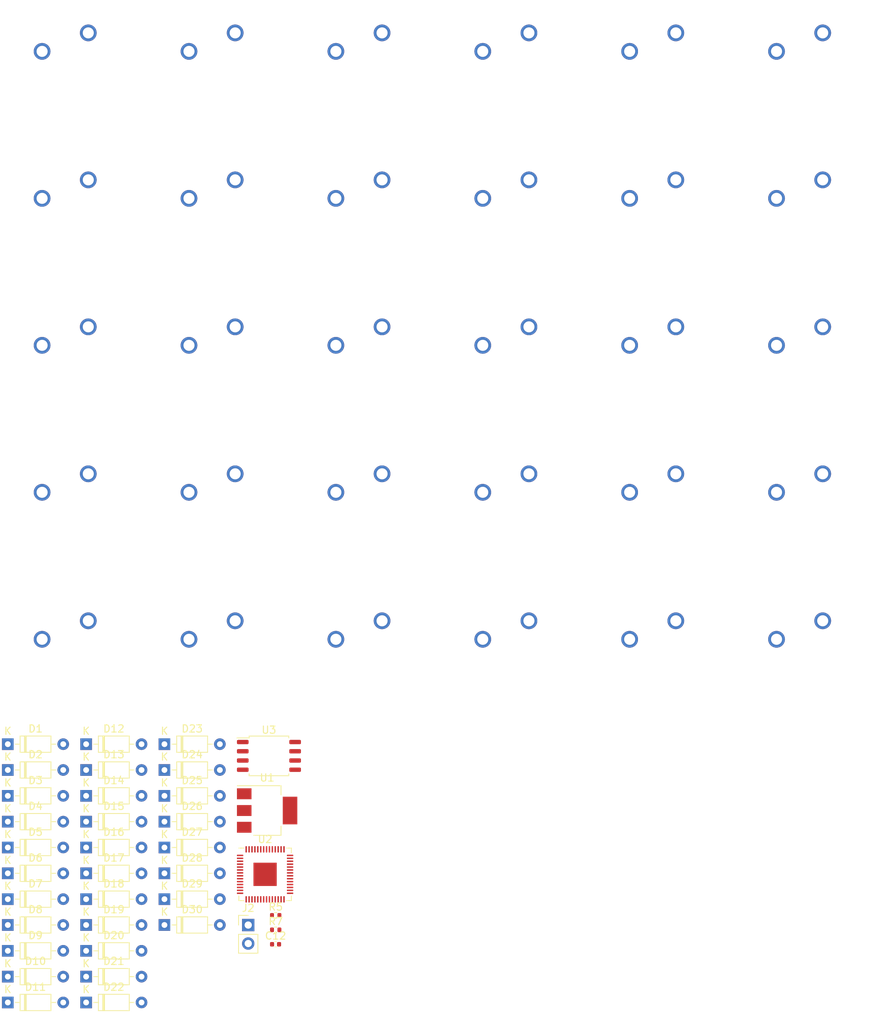
<source format=kicad_pcb>
(kicad_pcb (version 20221018) (generator pcbnew)
  (layers (0 "F.Cu" signal) (31 "B.Cu" signal) (34 "B.Paste" user) (35 "F.Paste" user) (36 "B.SilkS" user "B.Silkscreen") (37 "F.SilkS" user "F.Silkscreen") (38 "B.Mask" user) (39 "F.Mask" user) (44 "Edge.Cuts" user))
  (net 0 "")
  (net 1 "+3V3")
  (net 2 "GND")
  (net 3 "/ROW0")
  (net 4 "Net-(D1-A)")
  (net 5 "Net-(D2-A)")
  (net 6 "Net-(D3-A)")
  (net 7 "Net-(D4-A)")
  (net 8 "Net-(D5-A)")
  (net 9 "Net-(D6-A)")
  (net 10 "Net-(D7-A)")
  (net 11 "Net-(D8-A)")
  (net 12 "Net-(D9-A)")
  (net 13 "Net-(D10-A)")
  (net 14 "/ROW1")
  (net 15 "Net-(D11-A)")
  (net 16 "Net-(D12-A)")
  (net 17 "Net-(D13-A)")
  (net 18 "Net-(D14-A)")
  (net 19 "Net-(D15-A)")
  (net 20 "Net-(D16-A)")
  (net 21 "Net-(D17-A)")
  (net 22 "Net-(D18-A)")
  (net 23 "Net-(D19-A)")
  (net 24 "Net-(D20-A)")
  (net 25 "/ROW2")
  (net 26 "Net-(D21-A)")
  (net 27 "Net-(D22-A)")
  (net 28 "Net-(D23-A)")
  (net 29 "Net-(D24-A)")
  (net 30 "Net-(D25-A)")
  (net 31 "Net-(D26-A)")
  (net 32 "Net-(D27-A)")
  (net 33 "Net-(D28-A)")
  (net 34 "Net-(D29-A)")
  (net 35 "Net-(D30-A)")
  (net 36 "/~{USB_BOOT}")
  (net 37 "/QSPI_SS")
  (net 38 "/COL0")
  (net 39 "/COL1")
  (net 40 "/COL2")
  (net 41 "/COL3")
  (net 42 "/COL4")
  (net 43 "/COL5")
  (net 44 "/COL6")
  (net 45 "/COL7")
  (net 46 "/COL8")
  (net 47 "/COL9")
  (net 48 "VBUS")
  (net 49 "Net-(U2-ADC_AVDD)")
  (net 66 "/XIN")
  (net 67 "/XOUT")
  (net 68 "+1V1")
  (net 85 "Net-(U2-USB_DM)")
  (net 86 "Net-(U2-USB_DP)")
  (net 87 "/QSPI_SD3")
  (net 88 "/QSPI_SCLK")
  (net 89 "/QSPI_SD0")
  (net 90 "/QSPI_SD2")
  (net 91 "/QSPI_SD1")
  (footprint "MX_Solderable:MX-Solderable-1U" (layer "F.Cu") (at 194.416 49.001)
    (fp_text reference "SW12")
    (fp_text value "SW_Push")
    (pad "" np_thru_hole circle (at -5.08 0 48.099) (size 1.7018 1.7018) (drill 1.7018) (layers "F&B.Cu" "*.Mask"))
    (pad "" np_thru_hole circle (at 0 0) (size 3.9878 3.9878) (drill 3.9878) (layers "*.Cu" "*.Mask"))
    (pad "" np_thru_hole circle (at 5.08 0 48.099) (size 1.7018 1.7018) (drill 1.7018) (layers "F&B.Cu" "*.Mask"))
    (pad "1" thru_hole circle (at -3.81 -2.54) (size 2.3 2.3) (drill 1.524) (layers "*.Cu" "B.Mask") (net 16 "Net-(D12-A)"))
    (pad "2" thru_hole circle (at 2.54 -5.08) (size 2.3 2.3) (drill 1.524) (layers "*.Cu" "B.Mask") (net 39 "/COL1"))
  )
  (footprint "Diode_THT:D_DO-35_SOD27_P7.62mm_Horizontal" (layer "F.Cu") (at 145.491 146.326)
    (fp_text reference "D8" (at 3.81 -2.12) (layer "F.SilkS"))
    (fp_text value "1N4148")
    (fp_text user "K" (at 0 -1.8) (layer "F.SilkS"))
    (pad "1" thru_hole rect (at 0 0) (size 1.6 1.6) (drill 0.8) (layers "*.Cu" "*.Mask") (net 3 "/ROW0"))
    (pad "2" thru_hole oval (at 7.62 0) (size 1.6 1.6) (drill 0.8) (layers "*.Cu" "*.Mask") (net 11 "Net-(D8-A)"))
  )
  (footprint "Diode_THT:D_DO-35_SOD27_P7.62mm_Horizontal" (layer "F.Cu") (at 145.491 142.776)
    (fp_text reference "D7" (at 3.81 -2.12) (layer "F.SilkS"))
    (fp_text value "1N4148")
    (fp_text user "K" (at 0 -1.8) (layer "F.SilkS"))
    (pad "1" thru_hole rect (at 0 0) (size 1.6 1.6) (drill 0.8) (layers "*.Cu" "*.Mask") (net 3 "/ROW0"))
    (pad "2" thru_hole oval (at 7.62 0) (size 1.6 1.6) (drill 0.8) (layers "*.Cu" "*.Mask") (net 10 "Net-(D7-A)"))
  )
  (footprint "Diode_THT:D_DO-35_SOD27_P7.62mm_Horizontal" (layer "F.Cu") (at 145.491 125.026)
    (fp_text reference "D2" (at 3.81 -2.12) (layer "F.SilkS"))
    (fp_text value "1N4148")
    (fp_text user "K" (at 0 -1.8) (layer "F.SilkS"))
    (pad "1" thru_hole rect (at 0 0) (size 1.6 1.6) (drill 0.8) (layers "*.Cu" "*.Mask") (net 3 "/ROW0"))
    (pad "2" thru_hole oval (at 7.62 0) (size 1.6 1.6) (drill 0.8) (layers "*.Cu" "*.Mask") (net 5 "Net-(D2-A)"))
  )
  (footprint "Diode_THT:D_DO-35_SOD27_P7.62mm_Horizontal" (layer "F.Cu") (at 145.491 156.976)
    (fp_text reference "D11" (at 3.81 -2.12) (layer "F.SilkS"))
    (fp_text value "1N4148")
    (fp_text user "K" (at 0 -1.8) (layer "F.SilkS"))
    (pad "1" thru_hole rect (at 0 0) (size 1.6 1.6) (drill 0.8) (layers "*.Cu" "*.Mask") (net 14 "/ROW1"))
    (pad "2" thru_hole oval (at 7.62 0) (size 1.6 1.6) (drill 0.8) (layers "*.Cu" "*.Mask") (net 15 "Net-(D11-A)"))
  )
  (footprint "Diode_THT:D_DO-35_SOD27_P7.62mm_Horizontal" (layer "F.Cu") (at 145.491 132.126)
    (fp_text reference "D4" (at 3.81 -2.12) (layer "F.SilkS"))
    (fp_text value "1N4148")
    (fp_text user "K" (at 0 -1.8) (layer "F.SilkS"))
    (pad "1" thru_hole rect (at 0 0) (size 1.6 1.6) (drill 0.8) (layers "*.Cu" "*.Mask") (net 3 "/ROW0"))
    (pad "2" thru_hole oval (at 7.62 0) (size 1.6 1.6) (drill 0.8) (layers "*.Cu" "*.Mask") (net 7 "Net-(D4-A)"))
  )
  (footprint "Diode_THT:D_DO-35_SOD27_P7.62mm_Horizontal" (layer "F.Cu") (at 145.491 135.676)
    (fp_text reference "D5" (at 3.81 -2.12) (layer "F.SilkS"))
    (fp_text value "1N4148")
    (fp_text user "K" (at 0 -1.8) (layer "F.SilkS"))
    (pad "1" thru_hole rect (at 0 0) (size 1.6 1.6) (drill 0.8) (layers "*.Cu" "*.Mask") (net 3 "/ROW0"))
    (pad "2" thru_hole oval (at 7.62 0) (size 1.6 1.6) (drill 0.8) (layers "*.Cu" "*.Mask") (net 8 "Net-(D5-A)"))
  )
  (footprint "Diode_THT:D_DO-35_SOD27_P7.62mm_Horizontal" (layer "F.Cu") (at 156.261 121.476)
    (fp_text reference "D12" (at 3.81 -2.12) (layer "F.SilkS"))
    (fp_text value "1N4148")
    (fp_text user "K" (at 0 -1.8) (layer "F.SilkS"))
    (pad "1" thru_hole rect (at 0 0) (size 1.6 1.6) (drill 0.8) (layers "*.Cu" "*.Mask") (net 14 "/ROW1"))
    (pad "2" thru_hole oval (at 7.62 0) (size 1.6 1.6) (drill 0.8) (layers "*.Cu" "*.Mask") (net 16 "Net-(D12-A)"))
  )
  (footprint "Diode_THT:D_DO-35_SOD27_P7.62mm_Horizontal" (layer "F.Cu") (at 156.261 139.226)
    (fp_text reference "D17" (at 3.81 -2.12) (layer "F.SilkS"))
    (fp_text value "1N4148")
    (fp_text user "K" (at 0 -1.8) (layer "F.SilkS"))
    (pad "1" thru_hole rect (at 0 0) (size 1.6 1.6) (drill 0.8) (layers "*.Cu" "*.Mask") (net 14 "/ROW1"))
    (pad "2" thru_hole oval (at 7.62 0) (size 1.6 1.6) (drill 0.8) (layers "*.Cu" "*.Mask") (net 21 "Net-(D17-A)"))
  )
  (footprint "MX_Solderable:MX-Solderable-1U" (layer "F.Cu") (at 234.816 49.001)
    (fp_text reference "SW22")
    (fp_text value "SW_Push")
    (pad "" np_thru_hole circle (at -5.08 0 48.099) (size 1.7018 1.7018) (drill 1.7018) (layers "F&B.Cu" "*.Mask"))
    (pad "" np_thru_hole circle (at 0 0) (size 3.9878 3.9878) (drill 3.9878) (layers "*.Cu" "*.Mask"))
    (pad "" np_thru_hole circle (at 5.08 0 48.099) (size 1.7018 1.7018) (drill 1.7018) (layers "F&B.Cu" "*.Mask"))
    (pad "1" thru_hole circle (at -3.81 -2.54) (size 2.3 2.3) (drill 1.524) (layers "*.Cu" "B.Mask") (net 27 "Net-(D22-A)"))
    (pad "2" thru_hole circle (at 2.54 -5.08) (size 2.3 2.3) (drill 1.524) (layers "*.Cu" "B.Mask") (net 39 "/COL1"))
  )
  (footprint "Diode_THT:D_DO-35_SOD27_P7.62mm_Horizontal" (layer "F.Cu") (at 167.031 128.576)
    (fp_text reference "D25" (at 3.81 -2.12) (layer "F.SilkS"))
    (fp_text value "1N4148")
    (fp_text user "K" (at 0 -1.8) (layer "F.SilkS"))
    (pad "1" thru_hole rect (at 0 0) (size 1.6 1.6) (drill 0.8) (layers "*.Cu" "*.Mask") (net 25 "/ROW2"))
    (pad "2" thru_hole oval (at 7.62 0) (size 1.6 1.6) (drill 0.8) (layers "*.Cu" "*.Mask") (net 30 "Net-(D25-A)"))
  )
  (footprint "Diode_THT:D_DO-35_SOD27_P7.62mm_Horizontal" (layer "F.Cu") (at 156.261 156.976)
    (fp_text reference "D22" (at 3.81 -2.12) (layer "F.SilkS"))
    (fp_text value "1N4148")
    (fp_text user "K" (at 0 -1.8) (layer "F.SilkS"))
    (pad "1" thru_hole rect (at 0 0) (size 1.6 1.6) (drill 0.8) (layers "*.Cu" "*.Mask") (net 25 "/ROW2"))
    (pad "2" thru_hole oval (at 7.62 0) (size 1.6 1.6) (drill 0.8) (layers "*.Cu" "*.Mask") (net 27 "Net-(D22-A)"))
  )
  (footprint "Package_SO:SOIC-8_5.23x5.23mm_P1.27mm" (layer "F.Cu") (at 181.401 123.086)
    (fp_text reference "U3" (at 0 -3.56) (layer "F.SilkS"))
    (fp_text value "W25Q128JVS")
    (pad "1" smd roundrect (at -3.6 -1.905) (size 1.6 0.6) (layers "F.Cu" "F.Paste" "F.Mask") (net 37 "/QSPI_SS"))
    (pad "2" smd roundrect (at -3.6 -0.635) (size 1.6 0.6) (layers "F.Cu" "F.Paste" "F.Mask") (net 91 "/QSPI_SD1"))
    (pad "3" smd roundrect (at -3.6 0.635) (size 1.6 0.6) (layers "F.Cu" "F.Paste" "F.Mask") (net 90 "/QSPI_SD2"))
    (pad "4" smd roundrect (at -3.6 1.905) (size 1.6 0.6) (layers "F.Cu" "F.Paste" "F.Mask") (net 2 "GND"))
    (pad "5" smd roundrect (at 3.6 1.905) (size 1.6 0.6) (layers "F.Cu" "F.Paste" "F.Mask") (net 89 "/QSPI_SD0"))
    (pad "6" smd roundrect (at 3.6 0.635) (size 1.6 0.6) (layers "F.Cu" "F.Paste" "F.Mask") (net 88 "/QSPI_SCLK"))
    (pad "7" smd roundrect (at 3.6 -0.635) (size 1.6 0.6) (layers "F.Cu" "F.Paste" "F.Mask") (net 87 "/QSPI_SD3"))
    (pad "8" smd roundrect (at 3.6 -1.905) (size 1.6 0.6) (layers "F.Cu" "F.Paste" "F.Mask") (net 1 "+3V3"))
  )
  (footprint "Diode_THT:D_DO-35_SOD27_P7.62mm_Horizontal" (layer "F.Cu") (at 167.031 146.326)
    (fp_text reference "D30" (at 3.81 -2.12) (layer "F.SilkS"))
    (fp_text value "1N4148")
    (fp_text user "K" (at 0 -1.8) (layer "F.SilkS"))
    (pad "1" thru_hole rect (at 0 0) (size 1.6 1.6) (drill 0.8) (layers "*.Cu" "*.Mask") (net 25 "/ROW2"))
    (pad "2" thru_hole oval (at 7.62 0) (size 1.6 1.6) (drill 0.8) (layers "*.Cu" "*.Mask") (net 35 "Net-(D30-A)"))
  )
  (footprint "MX_Solderable:MX-Solderable-1U" (layer "F.Cu") (at 194.416 89.401)
    (fp_text reference "SW14")
    (fp_text value "SW_Push")
    (pad "" np_thru_hole circle (at -5.08 0 48.099) (size 1.7018 1.7018) (drill 1.7018) (layers "F&B.Cu" "*.Mask"))
    (pad "" np_thru_hole circle (at 0 0) (size 3.9878 3.9878) (drill 3.9878) (layers "*.Cu" "*.Mask"))
    (pad "" np_thru_hole circle (at 5.08 0 48.099) (size 1.7018 1.7018) (drill 1.7018) (layers "F&B.Cu" "*.Mask"))
    (pad "1" thru_hole circle (at -3.81 -2.54) (size 2.3 2.3) (drill 1.524) (layers "*.Cu" "B.Mask") (net 18 "Net-(D14-A)"))
    (pad "2" thru_hole circle (at 2.54 -5.08) (size 2.3 2.3) (drill 1.524) (layers "*.Cu" "B.Mask") (net 41 "/COL3"))
  )
  (footprint "Diode_THT:D_DO-35_SOD27_P7.62mm_Horizontal" (layer "F.Cu") (at 156.261 153.426)
    (fp_text reference "D21" (at 3.81 -2.12) (layer "F.SilkS"))
    (fp_text value "1N4148")
    (fp_text user "K" (at 0 -1.8) (layer "F.SilkS"))
    (pad "1" thru_hole rect (at 0 0) (size 1.6 1.6) (drill 0.8) (layers "*.Cu" "*.Mask") (net 25 "/ROW2"))
    (pad "2" thru_hole oval (at 7.62 0) (size 1.6 1.6) (drill 0.8) (layers "*.Cu" "*.Mask") (net 26 "Net-(D21-A)"))
  )
  (footprint "Diode_THT:D_DO-35_SOD27_P7.62mm_Horizontal" (layer "F.Cu") (at 156.261 142.776)
    (fp_text reference "D18" (at 3.81 -2.12) (layer "F.SilkS"))
    (fp_text value "1N4148")
    (fp_text user "K" (at 0 -1.8) (layer "F.SilkS"))
    (pad "1" thru_hole rect (at 0 0) (size 1.6 1.6) (drill 0.8) (layers "*.Cu" "*.Mask") (net 14 "/ROW1"))
    (pad "2" thru_hole oval (at 7.62 0) (size 1.6 1.6) (drill 0.8) (layers "*.Cu" "*.Mask") (net 22 "Net-(D18-A)"))
  )
  (footprint "Diode_THT:D_DO-35_SOD27_P7.62mm_Horizontal" (layer "F.Cu") (at 167.031 121.476)
    (fp_text reference "D23" (at 3.81 -2.12) (layer "F.SilkS"))
    (fp_text value "1N4148")
    (fp_text user "K" (at 0 -1.8) (layer "F.SilkS"))
    (pad "1" thru_hole rect (at 0 0) (size 1.6 1.6) (drill 0.8) (layers "*.Cu" "*.Mask") (net 25 "/ROW2"))
    (pad "2" thru_hole oval (at 7.62 0) (size 1.6 1.6) (drill 0.8) (layers "*.Cu" "*.Mask") (net 28 "Net-(D23-A)"))
  )
  (footprint "MX_Solderable:MX-Solderable-1U" (layer "F.Cu") (at 214.616 49.001)
    (fp_text reference "SW17")
    (fp_text value "SW_Push")
    (pad "" np_thru_hole circle (at -5.08 0 48.099) (size 1.7018 1.7018) (drill 1.7018) (layers "F&B.Cu" "*.Mask"))
    (pad "" np_thru_hole circle (at 0 0) (size 3.9878 3.9878) (drill 3.9878) (layers "*.Cu" "*.Mask"))
    (pad "" np_thru_hole circle (at 5.08 0 48.099) (size 1.7018 1.7018) (drill 1.7018) (layers "F&B.Cu" "*.Mask"))
    (pad "1" thru_hole circle (at -3.81 -2.54) (size 2.3 2.3) (drill 1.524) (layers "*.Cu" "B.Mask") (net 21 "Net-(D17-A)"))
    (pad "2" thru_hole circle (at 2.54 -5.08) (size 2.3 2.3) (drill 1.524) (layers "*.Cu" "B.Mask") (net 44 "/COL6"))
  )
  (footprint "Diode_THT:D_DO-35_SOD27_P7.62mm_Horizontal" (layer "F.Cu") (at 145.491 153.426)
    (fp_text reference "D10" (at 3.81 -2.12) (layer "F.SilkS"))
    (fp_text value "1N4148")
    (fp_text user "K" (at 0 -1.8) (layer "F.SilkS"))
    (pad "1" thru_hole rect (at 0 0) (size 1.6 1.6) (drill 0.8) (layers "*.Cu" "*.Mask") (net 3 "/ROW0"))
    (pad "2" thru_hole oval (at 7.62 0) (size 1.6 1.6) (drill 0.8) (layers "*.Cu" "*.Mask") (net 13 "Net-(D10-A)"))
  )
  (footprint "MX_Solderable:MX-Solderable-1U" (layer "F.Cu") (at 154.016 109.601)
    (fp_text reference "SW5")
    (fp_text value "SW_Push")
    (pad "" np_thru_hole circle (at -5.08 0 48.099) (size 1.7018 1.7018) (drill 1.7018) (layers "F&B.Cu" "*.Mask"))
    (pad "" np_thru_hole circle (at 0 0) (size 3.9878 3.9878) (drill 3.9878) (layers "*.Cu" "*.Mask"))
    (pad "" np_thru_hole circle (at 5.08 0 48.099) (size 1.7018 1.7018) (drill 1.7018) (layers "F&B.Cu" "*.Mask"))
    (pad "1" thru_hole circle (at -3.81 -2.54) (size 2.3 2.3) (drill 1.524) (layers "*.Cu" "B.Mask") (net 8 "Net-(D5-A)"))
    (pad "2" thru_hole circle (at 2.54 -5.08) (size 2.3 2.3) (drill 1.524) (layers "*.Cu" "B.Mask") (net 42 "/COL4"))
  )
  (footprint "Diode_THT:D_DO-35_SOD27_P7.62mm_Horizontal" (layer "F.Cu") (at 156.261 125.026)
    (fp_text reference "D13" (at 3.81 -2.12) (layer "F.SilkS"))
    (fp_text value "1N4148")
    (fp_text user "K" (at 0 -1.8) (layer "F.SilkS"))
    (pad "1" thru_hole rect (at 0 0) (size 1.6 1.6) (drill 0.8) (layers "*.Cu" "*.Mask") (net 14 "/ROW1"))
    (pad "2" thru_hole oval (at 7.62 0) (size 1.6 1.6) (drill 0.8) (layers "*.Cu" "*.Mask") (net 17 "Net-(D13-A)"))
  )
  (footprint "MX_Solderable:MX-Solderable-1U" (layer "F.Cu") (at 255.016 109.601)
    (fp_text reference "SW30")
    (fp_text value "SW_Push")
    (pad "" np_thru_hole circle (at -5.08 0 48.099) (size 1.7018 1.7018) (drill 1.7018) (layers "F&B.Cu" "*.Mask"))
    (pad "" np_thru_hole circle (at 0 0) (size 3.9878 3.9878) (drill 3.9878) (layers "*.Cu" "*.Mask"))
    (pad "" np_thru_hole circle (at 5.08 0 48.099) (size 1.7018 1.7018) (drill 1.7018) (layers "F&B.Cu" "*.Mask"))
    (pad "1" thru_hole circle (at -3.81 -2.54) (size 2.3 2.3) (drill 1.524) (layers "*.Cu" "B.Mask") (net 35 "Net-(D30-A)"))
    (pad "2" thru_hole circle (at 2.54 -5.08) (size 2.3 2.3) (drill 1.524) (layers "*.Cu" "B.Mask") (net 47 "/COL9"))
  )
  (footprint "MX_Solderable:MX-Solderable-1U" (layer "F.Cu") (at 234.816 89.401)
    (fp_text reference "SW24")
    (fp_text value "SW_Push")
    (pad "" np_thru_hole circle (at -5.08 0 48.099) (size 1.7018 1.7018) (drill 1.7018) (layers "F&B.Cu" "*.Mask"))
    (pad "" np_thru_hole circle (at 0 0) (size 3.9878 3.9878) (drill 3.9878) (layers "*.Cu" "*.Mask"))
    (pad "" np_thru_hole circle (at 5.08 0 48.099) (size 1.7018 1.7018) (drill 1.7018) (layers "F&B.Cu" "*.Mask"))
    (pad "1" thru_hole circle (at -3.81 -2.54) (size 2.3 2.3) (drill 1.524) (layers "*.Cu" "B.Mask") (net 29 "Net-(D24-A)"))
    (pad "2" thru_hole circle (at 2.54 -5.08) (size 2.3 2.3) (drill 1.524) (layers "*.Cu" "B.Mask") (net 41 "/COL3"))
  )
  (footprint "MX_Solderable:MX-Solderable-1U" (layer "F.Cu") (at 154.016 28.801)
    (fp_text reference "SW1")
    (fp_text value "SW_Push")
    (pad "" np_thru_hole circle (at -5.08 0 48.099) (size 1.7018 1.7018) (drill 1.7018) (layers "F&B.Cu" "*.Mask"))
    (pad "" np_thru_hole circle (at 0 0) (size 3.9878 3.9878) (drill 3.9878) (layers "*.Cu" "*.Mask"))
    (pad "" np_thru_hole circle (at 5.08 0 48.099) (size 1.7018 1.7018) (drill 1.7018) (layers "F&B.Cu" "*.Mask"))
    (pad "1" thru_hole circle (at -3.81 -2.54) (size 2.3 2.3) (drill 1.524) (layers "*.Cu" "B.Mask") (net 4 "Net-(D1-A)"))
    (pad "2" thru_hole circle (at 2.54 -5.08) (size 2.3 2.3) (drill 1.524) (layers "*.Cu" "B.Mask") (net 38 "/COL0"))
  )
  (footprint "MX_Solderable:MX-Solderable-1U" (layer "F.Cu") (at 234.816 109.601)
    (fp_text reference "SW25")
    (fp_text value "SW_Push")
    (pad "" np_thru_hole circle (at -5.08 0 48.099) (size 1.7018 1.7018) (drill 1.7018) (layers "F&B.Cu" "*.Mask"))
    (pad "" np_thru_hole circle (at 0 0) (size 3.9878 3.9878) (drill 3.9878) (layers "*.Cu" "*.Mask"))
    (pad "" np_thru_hole circle (at 5.08 0 48.099) (size 1.7018 1.7018) (drill 1.7018) (layers "F&B.Cu" "*.Mask"))
    (pad "1" thru_hole circle (at -3.81 -2.54) (size 2.3 2.3) (drill 1.524) (layers "*.Cu" "B.Mask") (net 30 "Net-(D25-A)"))
    (pad "2" thru_hole circle (at 2.54 -5.08) (size 2.3 2.3) (drill 1.524) (layers "*.Cu" "B.Mask") (net 42 "/COL4"))
  )
  (footprint "Capacitor_SMD:C_0402_1005Metric" (layer "F.Cu") (at 182.311 148.976)
    (fp_text reference "C12" (at 0 -1.16) (layer "F.SilkS"))
    (fp_text value "100n")
    (pad "1" smd roundrect (at -0.48 0) (size 0.56 0.62) (layers "F.Cu" "F.Paste" "F.Mask") (net 1 "+3V3"))
    (pad "2" smd roundrect (at 0.48 0) (size 0.56 0.62) (layers "F.Cu" "F.Paste" "F.Mask") (net 2 "GND"))
  )
  (footprint "Diode_THT:D_DO-35_SOD27_P7.62mm_Horizontal" (layer "F.Cu") (at 145.491 128.576)
    (fp_text reference "D3" (at 3.81 -2.12) (layer "F.SilkS"))
    (fp_text value "1N4148")
    (fp_text user "K" (at 0 -1.8) (layer "F.SilkS"))
    (pad "1" thru_hole rect (at 0 0) (size 1.6 1.6) (drill 0.8) (layers "*.Cu" "*.Mask") (net 3 "/ROW0"))
    (pad "2" thru_hole oval (at 7.62 0) (size 1.6 1.6) (drill 0.8) (layers "*.Cu" "*.Mask") (net 6 "Net-(D3-A)"))
  )
  (footprint "Package_TO_SOT_SMD:SOT-223-3_TabPin2" (layer "F.Cu") (at 181.151 130.596)
    (fp_text reference "U1" (at 0 -4.5) (layer "F.SilkS"))
    (fp_text value "NCP1117-3.3_SOT223")
    (pad "1" smd rect (at -3.15 -2.3) (size 2 1.5) (layers "F.Cu" "F.Paste" "F.Mask") (net 2 "GND"))
    (pad "2" smd rect (at -3.15 0) (size 2 1.5) (layers "F.Cu" "F.Paste" "F.Mask") (net 1 "+3V3"))
    (pad "2" smd rect (at 3.15 0) (size 2 3.8) (layers "F.Cu" "F.Paste" "F.Mask") (net 1 "+3V3"))
    (pad "3" smd rect (at -3.15 2.3) (size 2 1.5) (layers "F.Cu" "F.Paste" "F.Mask") (net 48 "VBUS"))
  )
  (footprint "Diode_THT:D_DO-35_SOD27_P7.62mm_Horizontal" (layer "F.Cu") (at 145.491 139.226)
    (fp_text reference "D6" (at 3.81 -2.12) (layer "F.SilkS"))
    (fp_text value "1N4148")
    (fp_text user "K" (at 0 -1.8) (layer "F.SilkS"))
    (pad "1" thru_hole rect (at 0 0) (size 1.6 1.6) (drill 0.8) (layers "*.Cu" "*.Mask") (net 3 "/ROW0"))
    (pad "2" thru_hole oval (at 7.62 0) (size 1.6 1.6) (drill 0.8) (layers "*.Cu" "*.Mask") (net 9 "Net-(D6-A)"))
  )
  (footprint "MX_Solderable:MX-Solderable-1U" (layer "F.Cu") (at 154.016 69.201)
    (fp_text reference "SW3")
    (fp_text value "SW_Push")
    (pad "" np_thru_hole circle (at -5.08 0 48.099) (size 1.7018 1.7018) (drill 1.7018) (layers "F&B.Cu" "*.Mask"))
    (pad "" np_thru_hole circle (at 0 0) (size 3.9878 3.9878) (drill 3.9878) (layers "*.Cu" "*.Mask"))
    (pad "" np_thru_hole circle (at 5.08 0 48.099) (size 1.7018 1.7018) (drill 1.7018) (layers "F&B.Cu" "*.Mask"))
    (pad "1" thru_hole circle (at -3.81 -2.54) (size 2.3 2.3) (drill 1.524) (layers "*.Cu" "B.Mask") (net 6 "Net-(D3-A)"))
    (pad "2" thru_hole circle (at 2.54 -5.08) (size 2.3 2.3) (drill 1.524) (layers "*.Cu" "B.Mask") (net 40 "/COL2"))
  )
  (footprint "Package_DFN_QFN:QFN-56-1EP_7x7mm_P0.4mm_EP3.2x3.2mm" (layer "F.Cu") (at 180.871 139.366)
    (fp_text reference "U2" (at 0 -4.82) (layer "F.SilkS"))
    (fp_text value "RP2040")
    (pad "1" smd roundrect (at -3.4375 -2.6) (size 0.875 0.2) (layers "F.Cu" "F.Paste" "F.Mask") (net 49 "Net-(U2-ADC_AVDD)"))
    (pad "2" smd roundrect (at -3.4375 -2.2) (size 0.875 0.2) (layers "F.Cu" "F.Paste" "F.Mask"))
    (pad "3" smd roundrect (at -3.4375 -1.8) (size 0.875 0.2) (layers "F.Cu" "F.Paste" "F.Mask"))
    (pad "4" smd roundrect (at -3.4375 -1.4) (size 0.875 0.2) (layers "F.Cu" "F.Paste" "F.Mask"))
    (pad "5" smd roundrect (at -3.4375 -1) (size 0.875 0.2) (layers "F.Cu" "F.Paste" "F.Mask"))
    (pad "6" smd roundrect (at -3.4375 -0.6) (size 0.875 0.2) (layers "F.Cu" "F.Paste" "F.Mask"))
    (pad "7" smd roundrect (at -3.4375 -0.2) (size 0.875 0.2) (layers "F.Cu" "F.Paste" "F.Mask"))
    (pad "8" smd roundrect (at -3.4375 0.2) (size 0.875 0.2) (layers "F.Cu" "F.Paste" "F.Mask"))
    (pad "9" smd roundrect (at -3.4375 0.6) (size 0.875 0.2) (layers "F.Cu" "F.Paste" "F.Mask"))
    (pad "10" smd roundrect (at -3.4375 1) (size 0.875 0.2) (layers "F.Cu" "F.Paste" "F.Mask") (net 49 "Net-(U2-ADC_AVDD)"))
    (pad "11" smd roundrect (at -3.4375 1.4) (size 0.875 0.2) (layers "F.Cu" "F.Paste" "F.Mask"))
    (pad "12" smd roundrect (at -3.4375 1.8) (size 0.875 0.2) (layers "F.Cu" "F.Paste" "F.Mask"))
    (pad "13" smd roundrect (at -3.4375 2.2) (size 0.875 0.2) (layers "F.Cu" "F.Paste" "F.Mask"))
    (pad "14" smd roundrect (at -3.4375 2.6) (size 0.875 0.2) (layers "F.Cu" "F.Paste" "F.Mask"))
    (pad "15" smd roundrect (at -2.6 3.4375) (size 0.2 0.875) (layers "F.Cu" "F.Paste" "F.Mask"))
    (pad "16" smd roundrect (at -2.2 3.4375) (size 0.2 0.875) (layers "F.Cu" "F.Paste" "F.Mask"))
    (pad "17" smd roundrect (at -1.8 3.4375) (size 0.2 0.875) (layers "F.Cu" "F.Paste" "F.Mask"))
    (pad "18" smd roundrect (at -1.4 3.4375) (size 0.2 0.875) (layers "F.Cu" "F.Paste" "F.Mask"))
    (pad "19" smd roundrect (at -1 3.4375) (size 0.2 0.875) (layers "F.Cu" "F.Paste" "F.Mask") (net 2 "GND"))
    (pad "20" smd roundrect (at -0.6 3.4375) (size 0.2 0.875) (layers "F.Cu" "F.Paste" "F.Mask") (net 66 "/XIN"))
    (pad "21" smd roundrect (at -0.2 3.4375) (size 0.2 0.875) (layers "F.Cu" "F.Paste" "F.Mask") (net 67 "/XOUT"))
    (pad "22" smd roundrect (at 0.2 3.4375) (size 0.2 0.875) (layers "F.Cu" "F.Paste" "F.Mask") (net 49 "Net-(U2-ADC_AVDD)"))
    (pad "23" smd roundrect (at 0.6 3.4375) (size 0.2 0.875) (layers "F.Cu" "F.Paste" "F.Mask") (net 68 "+1V1"))
    (pad "24" smd roundrect (at 1 3.4375) (size 0.2 0.875) (layers "F.Cu" "F.Paste" "F.Mask"))
    (pad "25" smd roundrect (at 1.4 3.4375) (size 0.2 0.875) (layers "F.Cu" "F.Paste" "F.Mask"))
    (pad "26" smd roundrect (at 1.8 3.4375) (size 0.2 0.875) (layers "F.Cu" "F.Paste" "F.Mask") (net 1 "+3V3"))
    (pad "27" smd roundrect (at 2.2 3.4375) (size 0.2 0.875) (layers "F.Cu" "F.Paste" "F.Mask"))
    (pad "28" smd roundrect (at 2.6 3.4375) (size 0.2 0.875) (layers "F.Cu" "F.Paste" "F.Mask"))
    (pad "29" smd roundrect (at 3.4375 2.6) (size 0.875 0.2) (layers "F.Cu" "F.Paste" "F.Mask"))
    (pad "30" smd roundrect (at 3.4375 2.2) (size 0.875 0.2) (layers "F.Cu" "F.Paste" "F.Mask"))
    (pad "31" smd roundrect (at 3.4375 1.8) (size 0.875 0.2) (layers "F.Cu" "F.Paste" "F.Mask"))
    (pad "32" smd roundrect (at 3.4375 1.4) (size 0.875 0.2) (layers "F.Cu" "F.Paste" "F.Mask"))
    (pad "33" smd roundrect (at 3.4375 1) (size 0.875 0.2) (layers "F.Cu" "F.Paste" "F.Mask") (net 49 "Net-(U2-ADC_AVDD)"))
    (pad "34" smd roundrect (at 3.4375 0.6) (size 0.875 0.2) (layers "F.Cu" "F.Paste" "F.Mask"))
    (pad "35" smd roundrect (at 3.4375 0.2) (size 0.875 0.2) (layers "F.Cu" "F.Paste" "F.Mask"))
    (pad "36" smd roundrect (at 3.4375 -0.2) (size 0.875 0.2) (layers "F.Cu" "F.Paste" "F.Mask"))
    (pad "37" smd roundrect (at 3.4375 -0.6) (size 0.875 0.2) (layers "F.Cu" "F.Paste" "F.Mask"))
    (pad "38" smd roundrect (at 3.4375 -1) (size 0.875 0.2) (layers "F.Cu" "F.Paste" "F.Mask"))
    (pad "39" smd roundrect (at 3.4375 -1.4) (size 0.875 0.2) (layers "F.Cu" "F.Paste" "F.Mask"))
    (pad "40" smd roundrect (at 3.4375 -1.8) (size 0.875 0.2) (layers "F.Cu" "F.Paste" "F.Mask"))
    (pad "41" smd roundrect (at 3.4375 -2.2) (size 0.875 0.2) (layers "F.Cu" "F.Paste" "F.Mask"))
    (pad "42" smd roundrect (at 3.4375 -2.6) (size 0.875 0.2) (layers "F.Cu" "F.Paste" "F.Mask") (net 49 "Net-(U2-ADC_AVDD)"))
    (pad "43" smd roundrect (at 2.6 -3.4375) (size 0.2 0.875) (layers "F.Cu" "F.Paste" "F.Mask") (net 49 "Net-(U2-ADC_AVDD)"))
    (pad "44" smd roundrect (at 2.2 -3.4375) (size 0.2 0.875) (layers "F.Cu" "F.Paste" "F.Mask") (net 49 "Net-(U2-ADC_AVDD)"))
    (pad "45" smd roundrect (at 1.8 -3.4375) (size 0.2 0.875) (layers "F.Cu" "F.Paste" "F.Mask") (net 68 "+1V1"))
    (pad "46" smd roundrect (at 1.4 -3.4375) (size 0.2 0.875) (layers "F.Cu" "F.Paste" "F.Mask") (net 85 "Net-(U2-USB_DM)"))
    (pad "47" smd roundrect (at 1 -3.4375) (size 0.2 0.875) (layers "F.Cu" "F.Paste" "F.Mask") (net 86 "Net-(U2-USB_DP)"))
    (pad "48" smd roundrect (at 0.6 -3.4375) (size 0.2 0.875) (layers "F.Cu" "F.Paste" "F.Mask") (net 49 "Net-(U2-ADC_AVDD)"))
    (pad "49" smd roundrect (at 0.2 -3.4375) (size 0.2 0.875) (layers "F.Cu" "F.Paste" "F.Mask") (net 49 "Net-(U2-ADC_AVDD)"))
    (pad "50" smd roundrect (at -0.2 -3.4375) (size 0.2 0.875) (layers "F.Cu" "F.Paste" "F.Mask") (net 68 "+1V1"))
    (pad "51" smd roundrect (at -0.6 -3.4375) (size 0.2 0.875) (layers "F.Cu" "F.Paste" "F.Mask") (net 87 "/QSPI_SD3"))
    (pad "52" smd roundrect (at -1 -3.4375) (size 0.2 0.875) (layers "F.Cu" "F.Paste" "F.Mask") (net 88 "/QSPI_SCLK"))
    (pad "53" smd roundrect (at -1.4 -3.4375) (size 0.2 0.875) (layers "F.Cu" "F.Paste" "F.Mask") (net 89 "/QSPI_SD0"))
    (pad "54" smd roundrect (at -1.8 -3.4375) (size 0.2 0.875) (layers "F.Cu" "F.Paste" "F.Mask") (net 90 "/QSPI_SD2"))
    (pad "55" smd roundrect (at -2.2 -3.4375) (size 0.2 0.875) (layers "F.Cu" "F.Paste" "F.Mask") (net 91 "/QSPI_SD1"))
    (pad "56" smd roundrect (at -2.6 -3.4375) (size 0.2 0.875) (layers "F.Cu" "F.Paste" "F.Mask") (net 37 "/QSPI_SS"))
    (pad "57" smd rect (at 0 0) (size 3.2 3.2) (layers "F.Cu" "F.Mask") (net 2 "GND"))
  )
  (footprint "MX_Solderable:MX-Solderable-1U" (layer "F.Cu") (at 255.016 69.201)
    (fp_text reference "SW28")
    (fp_text value "SW_Push")
    (pad "" np_thru_hole circle (at -5.08 0 48.099) (size 1.7018 1.7018) (drill 1.7018) (layers "F&B.Cu" "*.Mask"))
    (pad "" np_thru_hole circle (at 0 0) (size 3.9878 3.9878) (drill 3.9878) (layers "*.Cu" "*.Mask"))
    (pad "" np_thru_hole circle (at 5.08 0 48.099) (size 1.7018 1.7018) (drill 1.7018) (layers "F&B.Cu" "*.Mask"))
    (pad "1" thru_hole circle (at -3.81 -2.54) (size 2.3 2.3) (drill 1.524) (layers "*.Cu" "B.Mask") (net 33 "Net-(D28-A)"))
    (pad "2" thru_hole circle (at 2.54 -5.08) (size 2.3 2.3) (drill 1.524) (layers "*.Cu" "B.Mask") (net 45 "/COL7"))
  )
  (footprint "Diode_THT:D_DO-35_SOD27_P7.62mm_Horizontal" (layer "F.Cu") (at 156.261 149.876)
    (fp_text reference "D20" (at 3.81 -2.12) (layer "F.SilkS"))
    (fp_text value "1N4148")
    (fp_text user "K" (at 0 -1.8) (layer "F.SilkS"))
    (pad "1" thru_hole rect (at 0 0) (size 1.6 1.6) (drill 0.8) (layers "*.Cu" "*.Mask") (net 14 "/ROW1"))
    (pad "2" thru_hole oval (at 7.62 0) (size 1.6 1.6) (drill 0.8) (layers "*.Cu" "*.Mask") (net 24 "Net-(D20-A)"))
  )
  (footprint "MX_Solderable:MX-Solderable-1U" (layer "F.Cu") (at 214.616 28.801)
    (fp_text reference "SW16")
    (fp_text value "SW_Push")
    (pad "" np_thru_hole circle (at -5.08 0 48.099) (size 1.7018 1.7018) (drill 1.7018) (layers "F&B.Cu" "*.Mask"))
    (pad "" np_thru_hole circle (at 0 0) (size 3.9878 3.9878) (drill 3.9878) (layers "*.Cu" "*.Mask"))
    (pad "" np_thru_hole circle (at 5.08 0 48.099) (size 1.7018 1.7018) (drill 1.7018) (layers "F&B.Cu" "*.Mask"))
    (pad "1" thru_hole circle (at -3.81 -2.54) (size 2.3 2.3) (drill 1.524) (layers "*.Cu" "B.Mask") (net 20 "Net-(D16-A)"))
    (pad "2" thru_hole circle (at 2.54 -5.08) (size 2.3 2.3) (drill 1.524) (layers "*.Cu" "B.Mask") (net 43 "/COL5"))
  )
  (footprint "Diode_THT:D_DO-35_SOD27_P7.62mm_Horizontal" (layer "F.Cu") (at 167.031 132.126)
    (fp_text reference "D26" (at 3.81 -2.12) (layer "F.SilkS"))
    (fp_text value "1N4148")
    (fp_text user "K" (at 0 -1.8) (layer "F.SilkS"))
    (pad "1" thru_hole rect (at 0 0) (size 1.6 1.6) (drill 0.8) (layers "*.Cu" "*.Mask") (net 25 "/ROW2"))
    (pad "2" thru_hole oval (at 7.62 0) (size 1.6 1.6) (drill 0.8) (layers "*.Cu" "*.Mask") (net 31 "Net-(D26-A)"))
  )
  (footprint "MX_Solderable:MX-Solderable-1U" (layer "F.Cu") (at 194.416 28.801)
    (fp_text reference "SW11")
    (fp_text value "SW_Push")
    (pad "" np_thru_hole circle (at -5.08 0 48.099) (size 1.7018 1.7018) (drill 1.7018) (layers "F&B.Cu" "*.Mask"))
    (pad "" np_thru_hole circle (at 0 0) (size 3.9878 3.9878) (drill 3.9878) (layers "*.Cu" "*.Mask"))
    (pad "" np_thru_hole circle (at 5.08 0 48.099) (size 1.7018 1.7018) (drill 1.7018) (layers "F&B.Cu" "*.Mask"))
    (pad "1" thru_hole circle (at -3.81 -2.54) (size 2.3 2.3) (drill 1.524) (layers "*.Cu" "B.Mask") (net 15 "Net-(D11-A)"))
    (pad "2" thru_hole circle (at 2.54 -5.08) (size 2.3 2.3) (drill 1.524) (layers "*.Cu" "B.Mask") (net 38 "/COL0"))
  )
  (footprint "MX_Solderable:MX-Solderable-1U" (layer "F.Cu") (at 214.616 109.601)
    (fp_text reference "SW20")
    (fp_text value "SW_Push")
    (pad "" np_thru_hole circle (at -5.08 0 48.099) (size 1.7018 1.7018) (drill 1.7018) (layers "F&B.Cu" "*.Mask"))
    (pad "" np_thru_hole circle (at 0 0) (size 3.9878 3.9878) (drill 3.9878) (layers "*.Cu" "*.Mask"))
    (pad "" np_thru_hole circle (at 5.08 0 48.099) (size 1.7018 1.7018) (drill 1.7018) (layers "F&B.Cu" "*.Mask"))
    (pad "1" thru_hole circle (at -3.81 -2.54) (size 2.3 2.3) (drill 1.524) (layers "*.Cu" "B.Mask") (net 24 "Net-(D20-A)"))
    (pad "2" thru_hole circle (at 2.54 -5.08) (size 2.3 2.3) (drill 1.524) (layers "*.Cu" "B.Mask") (net 47 "/COL9"))
  )
  (footprint "Diode_THT:D_DO-35_SOD27_P7.62mm_Horizontal" (layer "F.Cu") (at 156.261 128.576)
    (fp_text reference "D14" (at 3.81 -2.12) (layer "F.SilkS"))
    (fp_text value "1N4148")
    (fp_text user "K" (at 0 -1.8) (layer "F.SilkS"))
    (pad "1" thru_hole rect (at 0 0) (size 1.6 1.6) (drill 0.8) (layers "*.Cu" "*.Mask") (net 14 "/ROW1"))
    (pad "2" thru_hole oval (at 7.62 0) (size 1.6 1.6) (drill 0.8) (layers "*.Cu" "*.Mask") (net 18 "Net-(D14-A)"))
  )
  (footprint "Resistor_SMD:R_0402_1005Metric" (layer "F.Cu") (at 182.331 145.006)
    (fp_text reference "R5" (at 0 -1.17) (layer "F.SilkS"))
    (fp_text value "10k")
    (pad "1" smd roundrect (at -0.51 0) (size 0.54 0.64) (layers "F.Cu" "F.Paste" "F.Mask") (net 1 "+3V3"))
    (pad "2" smd roundrect (at 0.51 0) (size 0.54 0.64) (layers "F.Cu" "F.Paste" "F.Mask") (net 37 "/QSPI_SS"))
  )
  (footprint "MX_Solderable:MX-Solderable-1U" (layer "F.Cu") (at 174.216 69.201)
    (fp_text reference "SW8")
    (fp_text value "SW_Push")
    (pad "" np_thru_hole circle (at -5.08 0 48.099) (size 1.7018 1.7018) (drill 1.7018) (layers "F&B.Cu" "*.Mask"))
    (pad "" np_thru_hole circle (at 0 0) (size 3.9878 3.9878) (drill 3.9878) (layers "*.Cu" "*.Mask"))
    (pad "" np_thru_hole circle (at 5.08 0 48.099) (size 1.7018 1.7018) (drill 1.7018) (layers "F&B.Cu" "*.Mask"))
    (pad "1" thru_hole circle (at -3.81 -2.54) (size 2.3 2.3) (drill 1.524) (layers "*.Cu" "B.Mask") (net 11 "Net-(D8-A)"))
    (pad "2" thru_hole circle (at 2.54 -5.08) (size 2.3 2.3) (drill 1.524) (layers "*.Cu" "B.Mask") (net 45 "/COL7"))
  )
  (footprint "Connector_PinHeader_2.54mm:PinHeader_1x02_P2.54mm_Vertical" (layer "F.Cu") (at 178.551 146.336)
    (fp_text reference "J2" (at 0 -2.33) (layer "F.SilkS"))
    (fp_text value "Conn_01x02")
    (pad "1" thru_hole rect (at 0 0) (size 1.7 1.7) (drill 1) (layers "*.Cu" "*.Mask") (net 36 "/~{USB_BOOT}"))
    (pad "2" thru_hole oval (at 0 2.54) (size 1.7 1.7) (drill 1) (layers "*.Cu" "*.Mask") (net 2 "GND"))
  )
  (footprint "Diode_THT:D_DO-35_SOD27_P7.62mm_Horizontal" (layer "F.Cu") (at 156.261 135.676)
    (fp_text reference "D16" (at 3.81 -2.12) (layer "F.SilkS"))
    (fp_text value "1N4148")
    (fp_text user "K" (at 0 -1.8) (layer "F.SilkS"))
    (pad "1" thru_hole rect (at 0 0) (size 1.6 1.6) (drill 0.8) (layers "*.Cu" "*.Mask") (net 14 "/ROW1"))
    (pad "2" thru_hole oval (at 7.62 0) (size 1.6 1.6) (drill 0.8) (layers "*.Cu" "*.Mask") (net 20 "Net-(D16-A)"))
  )
  (footprint "Diode_THT:D_DO-35_SOD27_P7.62mm_Horizontal" (layer "F.Cu") (at 167.031 125.026)
    (fp_text reference "D24" (at 3.81 -2.12) (layer "F.SilkS"))
    (fp_text value "1N4148")
    (fp_text user "K" (at 0 -1.8) (layer "F.SilkS"))
    (pad "1" thru_hole rect (at 0 0) (size 1.6 1.6) (drill 0.8) (layers "*.Cu" "*.Mask") (net 25 "/ROW2"))
    (pad "2" thru_hole oval (at 7.62 0) (size 1.6 1.6) (drill 0.8) (layers "*.Cu" "*.Mask") (net 29 "Net-(D24-A)"))
  )
  (footprint "MX_Solderable:MX-Solderable-1U" (layer "F.Cu") (at 234.816 69.201)
    (fp_text reference "SW23")
    (fp_text value "SW_Push")
    (pad "" np_thru_hole circle (at -5.08 0 48.099) (size 1.7018 1.7018) (drill 1.7018) (layers "F&B.Cu" "*.Mask"))
    (pad "" np_thru_hole circle (at 0 0) (size 3.9878 3.9878) (drill 3.9878) (layers "*.Cu" "*.Mask"))
    (pad "" np_thru_hole circle (at 5.08 0 48.099) (size 1.7018 1.7018) (drill 1.7018) (layers "F&B.Cu" "*.Mask"))
    (pad "1" thru_hole circle (at -3.81 -2.54) (size 2.3 2.3) (drill 1.524) (layers "*.Cu" "B.Mask") (net 28 "Net-(D23-A)"))
    (pad "2" thru_hole circle (at 2.54 -5.08) (size 2.3 2.3) (drill 1.524) (layers "*.Cu" "B.Mask") (net 40 "/COL2"))
  )
  (footprint "MX_Solderable:MX-Solderable-1U" (layer "F.Cu") (at 214.616 89.401)
    (fp_text reference "SW19")
    (fp_text value "SW_Push")
    (pad "" np_thru_hole circle (at -5.08 0 48.099) (size 1.7018 1.7018) (drill 1.7018) (layers "F&B.Cu" "*.Mask"))
    (pad "" np_thru_hole circle (at 0 0) (size 3.9878 3.9878) (drill 3.9878) (layers "*.Cu" "*.Mask"))
    (pad "" np_thru_hole circle (at 5.08 0 48.099) (size 1.7018 1.7018) (drill 1.7018) (layers "F&B.Cu" "*.Mask"))
    (pad "1" thru_hole circle (at -3.81 -2.54) (size 2.3 2.3) (drill 1.524) (layers "*.Cu" "B.Mask") (net 23 "Net-(D19-A)"))
    (pad "2" thru_hole circle (at 2.54 -5.08) (size 2.3 2.3) (drill 1.524) (layers "*.Cu" "B.Mask") (net 46 "/COL8"))
  )
  (footprint "MX_Solderable:MX-Solderable-1U" (layer "F.Cu") (at 174.216 89.401)
    (fp_text reference "SW9")
    (fp_text value "SW_Push")
    (pad "" np_thru_hole circle (at -5.08 0 48.099) (size 1.7018 1.7018) (drill 1.7018) (layers "F&B.Cu" "*.Mask"))
    (pad "" np_thru_hole circle (at 0 0) (size 3.9878 3.9878) (drill 3.9878) (layers "*.Cu" "*.Mask"))
    (pad "" np_thru_hole circle (at 5.08 0 48.099) (size 1.7018 1.7018) (drill 1.7018) (layers "F&B.Cu" "*.Mask"))
    (pad "1" thru_hole circle (at -3.81 -2.54) (size 2.3 2.3) (drill 1.524) (layers "*.Cu" "B.Mask") (net 12 "Net-(D9-A)"))
    (pad "2" thru_hole circle (at 2.54 -5.08) (size 2.3 2.3) (drill 1.524) (layers "*.Cu" "B.Mask") (net 46 "/COL8"))
  )
  (footprint "MX_Solderable:MX-Solderable-1U" (layer "F.Cu") (at 154.016 49.001)
    (fp_text reference "SW2")
    (fp_text value "SW_Push")
    (pad "" np_thru_hole circle (at -5.08 0 48.099) (size 1.7018 1.7018) (drill 1.7018) (layers "F&B.Cu" "*.Mask"))
    (pad "" np_thru_hole circle (at 0 0) (size 3.9878 3.9878) (drill 3.9878) (layers "*.Cu" "*.Mask"))
    (pad "" np_thru_hole circle (at 5.08 0 48.099) (size 1.7018 1.7018) (drill 1.7018) (layers "F&B.Cu" "*.Mask"))
    (pad "1" thru_hole circle (at -3.81 -2.54) (size 2.3 2.3) (drill 1.524) (layers "*.Cu" "B.Mask") (net 5 "Net-(D2-A)"))
    (pad "2" thru_hole circle (at 2.54 -5.08) (size 2.3 2.3) (drill 1.524) (layers "*.Cu" "B.Mask") (net 39 "/COL1"))
  )
  (footprint "Resistor_SMD:R_0402_1005Metric" (layer "F.Cu") (at 182.331 146.996)
    (fp_text reference "R7" (at 0 -1.17) (layer "F.SilkS"))
    (fp_text value "1k")
    (pad "1" smd roundrect (at -0.51 0) (size 0.54 0.64) (layers "F.Cu" "F.Paste" "F.Mask") (net 37 "/QSPI_SS"))
    (pad "2" smd roundrect (at 0.51 0) (size 0.54 0.64) (layers "F.Cu" "F.Paste" "F.Mask") (net 36 "/~{USB_BOOT}"))
  )
  (footprint "Diode_THT:D_DO-35_SOD27_P7.62mm_Horizontal" (layer "F.Cu") (at 167.031 139.226)
    (fp_text reference "D28" (at 3.81 -2.12) (layer "F.SilkS"))
    (fp_text value "1N4148")
    (fp_text user "K" (at 0 -1.8) (layer "F.SilkS"))
    (pad "1" thru_hole rect (at 0 0) (size 1.6 1.6) (drill 0.8) (layers "*.Cu" "*.Mask") (net 25 "/ROW2"))
    (pad "2" thru_hole oval (at 7.62 0) (size 1.6 1.6) (drill 0.8) (layers "*.Cu" "*.Mask") (net 33 "Net-(D28-A)"))
  )
  (footprint "MX_Solderable:MX-Solderable-1U" (layer "F.Cu") (at 255.016 49.001)
    (fp_text reference "SW27")
    (fp_text value "SW_Push")
    (pad "" np_thru_hole circle (at -5.08 0 48.099) (size 1.7018 1.7018) (drill 1.7018) (layers "F&B.Cu" "*.Mask"))
    (pad "" np_thru_hole circle (at 0 0) (size 3.9878 3.9878) (drill 3.9878) (layers "*.Cu" "*.Mask"))
    (pad "" np_thru_hole circle (at 5.08 0 48.099) (size 1.7018 1.7018) (drill 1.7018) (layers "F&B.Cu" "*.Mask"))
    (pad "1" thru_hole circle (at -3.81 -2.54) (size 2.3 2.3) (drill 1.524) (layers "*.Cu" "B.Mask") (net 32 "Net-(D27-A)"))
    (pad "2" thru_hole circle (at 2.54 -5.08) (size 2.3 2.3) (drill 1.524) (layers "*.Cu" "B.Mask") (net 44 "/COL6"))
  )
  (footprint "MX_Solderable:MX-Solderable-1U" (layer "F.Cu") (at 174.216 28.801)
    (fp_text reference "SW6")
    (fp_text value "SW_Push")
    (pad "" np_thru_hole circle (at -5.08 0 48.099) (size 1.7018 1.7018) (drill 1.7018) (layers "F&B.Cu" "*.Mask"))
    (pad "" np_thru_hole circle (at 0 0) (size 3.9878 3.9878) (drill 3.9878) (layers "*.Cu" "*.Mask"))
    (pad "" np_thru_hole circle (at 5.08 0 48.099) (size 1.7018 1.7018) (drill 1.7018) (layers "F&B.Cu" "*.Mask"))
    (pad "1" thru_hole circle (at -3.81 -2.54) (size 2.3 2.3) (drill 1.524) (layers "*.Cu" "B.Mask") (net 9 "Net-(D6-A)"))
    (pad "2" thru_hole circle (at 2.54 -5.08) (size 2.3 2.3) (drill 1.524) (layers "*.Cu" "B.Mask") (net 43 "/COL5"))
  )
  (footprint "MX_Solderable:MX-Solderable-1U" (layer "F.Cu") (at 234.816 28.801)
    (fp_text reference "SW21")
    (fp_text value "SW_Push")
    (pad "" np_thru_hole circle (at -5.08 0 48.099) (size 1.7018 1.7018) (drill 1.7018) (layers "F&B.Cu" "*.Mask"))
    (pad "" np_thru_hole circle (at 0 0) (size 3.9878 3.9878) (drill 3.9878) (layers "*.Cu" "*.Mask"))
    (pad "" np_thru_hole circle (at 5.08 0 48.099) (size 1.7018 1.7018) (drill 1.7018) (layers "F&B.Cu" "*.Mask"))
    (pad "1" thru_hole circle (at -3.81 -2.54) (size 2.3 2.3) (drill 1.524) (layers "*.Cu" "B.Mask") (net 26 "Net-(D21-A)"))
    (pad "2" thru_hole circle (at 2.54 -5.08) (size 2.3 2.3) (drill 1.524) (layers "*.Cu" "B.Mask") (net 38 "/COL0"))
  )
  (footprint "MX_Solderable:MX-Solderable-1U" (layer "F.Cu") (at 214.616 69.201)
    (fp_text reference "SW18")
    (fp_text value "SW_Push")
    (pad "" np_thru_hole circle (at -5.08 0 48.099) (size 1.7018 1.7018) (drill 1.7018) (layers "F&B.Cu" "*.Mask"))
    (pad "" np_thru_hole circle (at 0 0) (size 3.9878 3.9878) (drill 3.9878) (layers "*.Cu" "*.Mask"))
    (pad "" np_thru_hole circle (at 5.08 0 48.099) (size 1.7018 1.7018) (drill 1.7018) (layers "F&B.Cu" "*.Mask"))
    (pad "1" thru_hole circle (at -3.81 -2.54) (size 2.3 2.3) (drill 1.524) (layers "*.Cu" "B.Mask") (net 22 "Net-(D18-A)"))
    (pad "2" thru_hole circle (at 2.54 -5.08) (size 2.3 2.3) (drill 1.524) (layers "*.Cu" "B.Mask") (net 45 "/COL7"))
  )
  (footprint "MX_Solderable:MX-Solderable-1U" (layer "F.Cu") (at 174.216 109.601)
    (fp_text reference "SW10")
    (fp_text value "SW_Push")
    (pad "" np_thru_hole circle (at -5.08 0 48.099) (size 1.7018 1.7018) (drill 1.7018) (layers "F&B.Cu" "*.Mask"))
    (pad "" np_thru_hole circle (at 0 0) (size 3.9878 3.9878) (drill 3.9878) (layers "*.Cu" "*.Mask"))
    (pad "" np_thru_hole circle (at 5.08 0 48.099) (size 1.7018 1.7018) (drill 1.7018) (layers "F&B.Cu" "*.Mask"))
    (pad "1" thru_hole circle (at -3.81 -2.54) (size 2.3 2.3) (drill 1.524) (layers "*.Cu" "B.Mask") (net 13 "Net-(D10-A)"))
    (pad "2" thru_hole circle (at 2.54 -5.08) (size 2.3 2.3) (drill 1.524) (layers "*.Cu" "B.Mask") (net 47 "/COL9"))
  )
  (footprint "MX_Solderable:MX-Solderable-1U" (layer "F.Cu") (at 255.016 89.401)
    (fp_text reference "SW29")
    (fp_text value "SW_Push")
    (pad "" np_thru_hole circle (at -5.08 0 48.099) (size 1.7018 1.7018) (drill 1.7018) (layers "F&B.Cu" "*.Mask"))
    (pad "" np_thru_hole circle (at 0 0) (size 3.9878 3.9878) (drill 3.9878) (layers "*.Cu" "*.Mask"))
    (pad "" np_thru_hole circle (at 5.08 0 48.099) (size 1.7018 1.7018) (drill 1.7018) (layers "F&B.Cu" "*.Mask"))
    (pad "1" thru_hole circle (at -3.81 -2.54) (size 2.3 2.3) (drill 1.524) (layers "*.Cu" "B.Mask") (net 34 "Net-(D29-A)"))
    (pad "2" thru_hole circle (at 2.54 -5.08) (size 2.3 2.3) (drill 1.524) (layers "*.Cu" "B.Mask") (net 46 "/COL8"))
  )
  (footprint "MX_Solderable:MX-Solderable-1U" (layer "F.Cu") (at 194.416 109.601)
    (fp_text reference "SW15")
    (fp_text value "SW_Push")
    (pad "" np_thru_hole circle (at -5.08 0 48.099) (size 1.7018 1.7018) (drill 1.7018) (layers "F&B.Cu" "*.Mask"))
    (pad "" np_thru_hole circle (at 0 0) (size 3.9878 3.9878) (drill 3.9878) (layers "*.Cu" "*.Mask"))
    (pad "" np_thru_hole circle (at 5.08 0 48.099) (size 1.7018 1.7018) (drill 1.7018) (layers "F&B.Cu" "*.Mask"))
    (pad "1" thru_hole circle (at -3.81 -2.54) (size 2.3 2.3) (drill 1.524) (layers "*.Cu" "B.Mask") (net 19 "Net-(D15-A)"))
    (pad "2" thru_hole circle (at 2.54 -5.08) (size 2.3 2.3) (drill 1.524) (layers "*.Cu" "B.Mask") (net 42 "/COL4"))
  )
  (footprint "Diode_THT:D_DO-35_SOD27_P7.62mm_Horizontal" (layer "F.Cu") (at 145.491 121.476)
    (fp_text reference "D1" (at 3.81 -2.12) (layer "F.SilkS"))
    (fp_text value "1N4148")
    (fp_text user "K" (at 0 -1.8) (layer "F.SilkS"))
    (pad "1" thru_hole rect (at 0 0) (size 1.6 1.6) (drill 0.8) (layers "*.Cu" "*.Mask") (net 3 "/ROW0"))
    (pad "2" thru_hole oval (at 7.62 0) (size 1.6 1.6) (drill 0.8) (layers "*.Cu" "*.Mask") (net 4 "Net-(D1-A)"))
  )
  (footprint "MX_Solderable:MX-Solderable-1U" (layer "F.Cu") (at 194.416 69.201)
    (fp_text reference "SW13")
    (fp_text value "SW_Push")
    (pad "" np_thru_hole circle (at -5.08 0 48.099) (size 1.7018 1.7018) (drill 1.7018) (layers "F&B.Cu" "*.Mask"))
    (pad "" np_thru_hole circle (at 0 0) (size 3.9878 3.9878) (drill 3.9878) (layers "*.Cu" "*.Mask"))
    (pad "" np_thru_hole circle (at 5.08 0 48.099) (size 1.7018 1.7018) (drill 1.7018) (layers "F&B.Cu" "*.Mask"))
    (pad "1" thru_hole circle (at -3.81 -2.54) (size 2.3 2.3) (drill 1.524) (layers "*.Cu" "B.Mask") (net 17 "Net-(D13-A)"))
    (pad "2" thru_hole circle (at 2.54 -5.08) (size 2.3 2.3) (drill 1.524) (layers "*.Cu" "B.Mask") (net 40 "/COL2"))
  )
  (footprint "MX_Solderable:MX-Solderable-1U" (layer "F.Cu") (at 255.016 28.801)
    (fp_text reference "SW26")
    (fp_text value "SW_Push")
    (pad "" np_thru_hole circle (at -5.08 0 48.099) (size 1.7018 1.7018) (drill 1.7018) (layers "F&B.Cu" "*.Mask"))
    (pad "" np_thru_hole circle (at 0 0) (size 3.9878 3.9878) (drill 3.9878) (layers "*.Cu" "*.Mask"))
    (pad "" np_thru_hole circle (at 5.08 0 48.099) (size 1.7018 1.7018) (drill 1.7018) (layers "F&B.Cu" "*.Mask"))
    (pad "1" thru_hole circle (at -3.81 -2.54) (size 2.3 2.3) (drill 1.524) (layers "*.Cu" "B.Mask") (net 31 "Net-(D26-A)"))
    (pad "2" thru_hole circle (at 2.54 -5.08) (size 2.3 2.3) (drill 1.524) (layers "*.Cu" "B.Mask") (net 43 "/COL5"))
  )
  (footprint "Diode_THT:D_DO-35_SOD27_P7.62mm_Horizontal" (layer "F.Cu") (at 156.261 146.326)
    (fp_text reference "D19" (at 3.81 -2.12) (layer "F.SilkS"))
    (fp_text value "1N4148")
    (fp_text user "K" (at 0 -1.8) (layer "F.SilkS"))
    (pad "1" thru_hole rect (at 0 0) (size 1.6 1.6) (drill 0.8) (layers "*.Cu" "*.Mask") (net 14 "/ROW1"))
    (pad "2" thru_hole oval (at 7.62 0) (size 1.6 1.6) (drill 0.8) (layers "*.Cu" "*.Mask") (net 23 "Net-(D19-A)"))
  )
  (footprint "MX_Solderable:MX-Solderable-1U" (layer "F.Cu") (at 154.016 89.401)
    (fp_text reference "SW4")
    (fp_text value "SW_Push")
    (pad "" np_thru_hole circle (at -5.08 0 48.099) (size 1.7018 1.7018) (drill 1.7018) (layers "F&B.Cu" "*.Mask"))
    (pad "" np_thru_hole circle (at 0 0) (size 3.9878 3.9878) (drill 3.9878) (layers "*.Cu" "*.Mask"))
    (pad "" np_thru_hole circle (at 5.08 0 48.099) (size 1.7018 1.7018) (drill 1.7018) (layers "F&B.Cu" "*.Mask"))
    (pad "1" thru_hole circle (at -3.81 -2.54) (size 2.3 2.3) (drill 1.524) (layers "*.Cu" "B.Mask") (net 7 "Net-(D4-A)"))
    (pad "2" thru_hole circle (at 2.54 -5.08) (size 2.3 2.3) (drill 1.524) (layers "*.Cu" "B.Mask") (net 41 "/COL3"))
  )
  (footprint "Diode_THT:D_DO-35_SOD27_P7.62mm_Horizontal" (layer "F.Cu") (at 167.031 135.676)
    (fp_text reference "D27" (at 3.81 -2.12) (layer "F.SilkS"))
    (fp_text value "1N4148")
    (fp_text user "K" (at 0 -1.8) (layer "F.SilkS"))
    (pad "1" thru_hole rect (at 0 0) (size 1.6 1.6) (drill 0.8) (layers "*.Cu" "*.Mask") (net 25 "/ROW2"))
    (pad "2" thru_hole oval (at 7.62 0) (size 1.6 1.6) (drill 0.8) (layers "*.Cu" "*.Mask") (net 32 "Net-(D27-A)"))
  )
  (footprint "Diode_THT:D_DO-35_SOD27_P7.62mm_Horizontal" (layer "F.Cu") (at 156.261 132.126)
    (fp_text reference "D15" (at 3.81 -2.12) (layer "F.SilkS"))
    (fp_text value "1N4148")
    (fp_text user "K" (at 0 -1.8) (layer "F.SilkS"))
    (pad "1" thru_hole rect (at 0 0) (size 1.6 1.6) (drill 0.8) (layers "*.Cu" "*.Mask") (net 14 "/ROW1"))
    (pad "2" thru_hole oval (at 7.62 0) (size 1.6 1.6) (drill 0.8) (layers "*.Cu" "*.Mask") (net 19 "Net-(D15-A)"))
  )
  (footprint "MX_Solderable:MX-Solderable-1U" (layer "F.Cu") (at 174.216 49.001)
    (fp_text reference "SW7")
    (fp_text value "SW_Push")
    (pad "" np_thru_hole circle (at -5.08 0 48.099) (size 1.7018 1.7018) (drill 1.7018) (layers "F&B.Cu" "*.Mask"))
    (pad "" np_thru_hole circle (at 0 0) (size 3.9878 3.9878) (drill 3.9878) (layers "*.Cu" "*.Mask"))
    (pad "" np_thru_hole circle (at 5.08 0 48.099) (size 1.7018 1.7018) (drill 1.7018) (layers "F&B.Cu" "*.Mask"))
    (pad "1" thru_hole circle (at -3.81 -2.54) (size 2.3 2.3) (drill 1.524) (layers "*.Cu" "B.Mask") (net 10 "Net-(D7-A)"))
    (pad "2" thru_hole circle (at 2.54 -5.08) (size 2.3 2.3) (drill 1.524) (layers "*.Cu" "B.Mask") (net 44 "/COL6"))
  )
  (footprint "Diode_THT:D_DO-35_SOD27_P7.62mm_Horizontal" (layer "F.Cu") (at 167.031 142.776)
    (fp_text reference "D29" (at 3.81 -2.12) (layer "F.SilkS"))
    (fp_text value "1N4148")
    (fp_text user "K" (at 0 -1.8) (layer "F.SilkS"))
    (pad "1" thru_hole rect (at 0 0) (size 1.6 1.6) (drill 0.8) (layers "*.Cu" "*.Mask") (net 25 "/ROW2"))
    (pad "2" thru_hole oval (at 7.62 0) (size 1.6 1.6) (drill 0.8) (layers "*.Cu" "*.Mask") (net 34 "Net-(D29-A)"))
  )
  (footprint "Diode_THT:D_DO-35_SOD27_P7.62mm_Horizontal" (layer "F.Cu") (at 145.491 149.876)
    (fp_text reference "D9" (at 3.81 -2.12) (layer "F.SilkS"))
    (fp_text value "1N4148")
    (fp_text user "K" (at 0 -1.8) (layer "F.SilkS"))
    (pad "1" thru_hole rect (at 0 0) (size 1.6 1.6) (drill 0.8) (layers "*.Cu" "*.Mask") (net 3 "/ROW0"))
    (pad "2" thru_hole oval (at 7.62 0) (size 1.6 1.6) (drill 0.8) (layers "*.Cu" "*.Mask") (net 12 "Net-(D9-A)"))
  )
)
</source>
